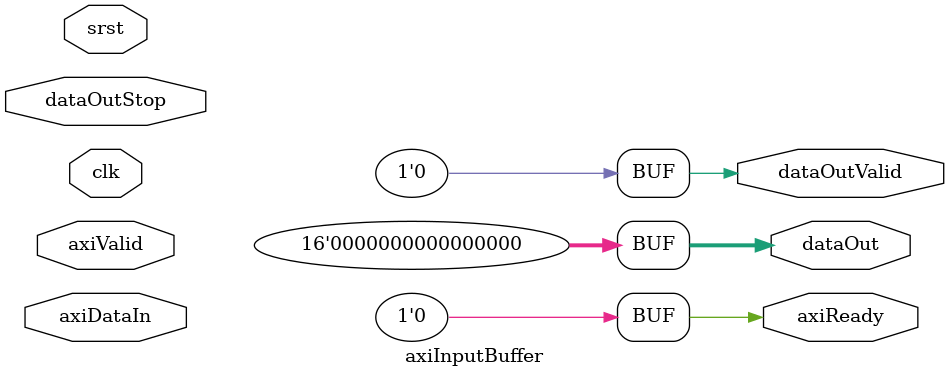
<source format=v>


`timescale 1ns/1ps

module axiInputBuffer
  (axiValid, axiDataIn, axiReady, dataOutValid, dataOut, dataOutStop, clk, srst);

// Specifes the width of the axiDataIn and dataOut ports.
parameter DataWidth = 16;

// Specifies the clock and active high synchronous reset signals.
// verilator lint_off UNUSED
input clk;
input srst;

// Specifies the 'upstream' AXI data input ports.
input  [DataWidth-1:0] axiDataIn;
input                  axiValid;
output                 axiReady;

// Specifies the 'downstream' data output ports.
output [DataWidth-1:0] dataOut;
output                 dataOutValid;
input                  dataOutStop;
// verilator lint_on UNUSED

assign axiReady = 1'b0;
assign dataOut = 0;
assign dataOutValid = 1'b0;

endmodule

</source>
